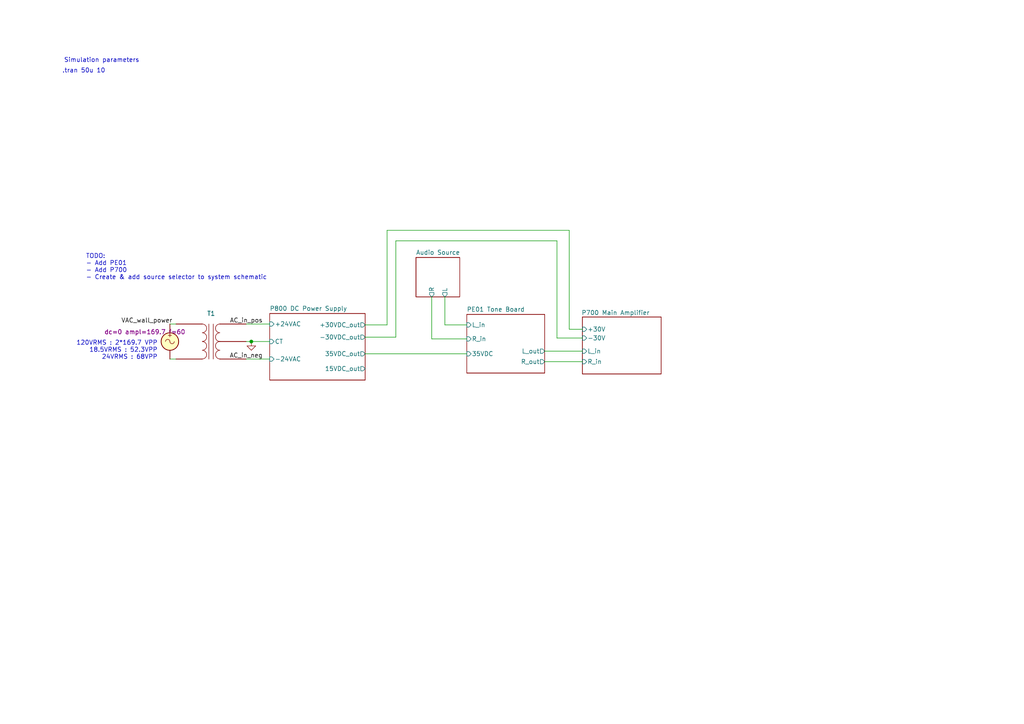
<source format=kicad_sch>
(kicad_sch (version 20211123) (generator eeschema)
  (paper "A4")
  (lib_symbols
    (symbol "Device:Transformer_1P_SS" (pin_numbers hide) (pin_names (offset 1.016) hide)
      (property "Reference" "T" (at 0 6.35 0))
      (property "Value" "Transformer_1P_SS" (at 0 -7.62 0))
      (symbol "Transformer_1P_SS_0_1"
        (arc (start -2.54 -5.0546) (mid -1.6599 -4.6901) (end -1.27 -3.81))
        (arc (start -2.54 -2.5146) (mid -1.6599 -2.1501) (end -1.27 -1.27))
        (arc (start -2.54 0.0254) (mid -1.6599 0.3899) (end -1.27 1.27))
        (arc (start -2.54 2.5654) (mid -1.6599 2.9299) (end -1.27 3.81))
        (arc (start -1.27 -3.81) (mid -1.642 -2.912) (end -2.54 -2.54))
        (arc (start -1.27 -1.27) (mid -1.642 -0.372) (end -2.54 0))
        (arc (start -1.27 1.27) (mid -1.642 2.168) (end -2.54 2.54))
        (arc (start -1.27 3.81) (mid -1.642 4.708) (end -2.54 5.08))
        (polyline (pts (xy -0.635 5.08) (xy -0.635 -5.08)))
        (polyline (pts (xy 0.635 -5.08) (xy 0.635 5.08)))
        (arc (start 1.2954 -1.27) (mid 1.6599 -2.1501) (end 2.54 -2.5146))
        (arc (start 1.2954 1.27) (mid 1.6599 0.3899) (end 2.54 0.0254))
        (arc (start 1.2954 3.81) (mid 1.6599 2.9299) (end 2.54 2.5654))
        (arc (start 1.3208 -3.81) (mid 1.6853 -4.6901) (end 2.5654 -5.0546))
        (arc (start 2.54 0) (mid 1.642 -0.372) (end 1.2954 -1.27))
        (arc (start 2.54 2.54) (mid 1.642 2.168) (end 1.2954 1.27))
        (arc (start 2.54 5.08) (mid 1.642 4.708) (end 1.2954 3.81))
        (arc (start 2.5654 -2.54) (mid 1.6674 -2.912) (end 1.3208 -3.81))
      )
      (symbol "Transformer_1P_SS_1_1"
        (pin passive line (at -10.16 5.08 0) (length 7.62) (name "AA") (number "1"))
        (pin passive line (at -10.16 -5.08 0) (length 7.62) (name "AB") (number "2"))
        (pin passive line (at 10.16 -5.08 180) (length 7.62) (name "SA") (number "3"))
        (pin passive line (at 10.16 0 180) (length 7.62) (name "SC") (number "4"))
        (pin passive line (at 10.16 5.08 180) (length 7.62) (name "SB") (number "5"))
      )
    )
    (symbol "Simulation_SPICE:VSIN" (pin_numbers hide) (pin_names (offset 0.0254))
      (property "Reference" "V" (at 2.54 2.54 0))
      (property "Value" "VSIN" (at 2.54 0 0))
      (property "Spice_Model" "sin(0 1 1k)" (at 2.54 -2.54 0))
      (symbol "VSIN_0_0"
        (arc (start 0 0) (mid -0.635 0.635) (end -1.27 0))
        (arc (start 0 0) (mid 0.635 -0.635) (end 1.27 0))
        (text "+" (at 0 1.905 0) (effects (font (size 1.27 1.27))))
      )
      (symbol "VSIN_0_1"
        (circle (center 0 0) (radius 2.54) (stroke (width 0.254)) (fill (type background)))
      )
      (symbol "VSIN_1_1"
        (pin passive line (at 0 5.08 270) (length 2.54) (name "~") (number "1"))
        (pin passive line (at 0 -5.08 90) (length 2.54) (name "~") (number "2"))
      )
    )
    (symbol "power:GND" (power) (pin_names (offset 0))
      (property "Value" "GND" (at 0 -3.81 0))
      (symbol "GND_0_1"
        (polyline (pts (xy 0 0) (xy 0 -1.27) (xy 1.27 -1.27) (xy 0 -2.54) (xy -1.27 -1.27) (xy 0 -1.27)))
      )
      (symbol "GND_1_1"
        (pin power_in line (at 0 0 270) (length 0) hide (name "GND") (number "1"))
      )
    )
  )
  (junction (at 72.898 99.06))
  (wire (pts (xy 105.918 94.234) (xy 112.268 94.234)))
  (wire (pts (xy 112.268 94.234) (xy 112.268 66.802)))
  (wire (pts (xy 49.276 93.98) (xy 51.054 93.98)))
  (wire (pts (xy 168.91 101.854) (xy 157.988 101.854)))
  (wire (pts (xy 135.382 98.298) (xy 125.222 98.298)))
  (wire (pts (xy 161.544 69.85) (xy 161.544 98.044)))
  (wire (pts (xy 78.232 93.98) (xy 71.374 93.98)))
  (wire (pts (xy 51.054 104.14) (xy 49.276 104.14)))
  (wire (pts (xy 114.808 69.85) (xy 161.544 69.85)))
  (wire (pts (xy 78.232 104.14) (xy 71.374 104.14)))
  (wire (pts (xy 135.382 94.234) (xy 129.032 94.234)))
  (wire (pts (xy 78.232 99.06) (xy 72.898 99.06)))
  (wire (pts (xy 157.988 104.902) (xy 168.91 104.902)))
  (wire (pts (xy 165.1 95.504) (xy 165.1 66.802)))
  (wire (pts (xy 112.268 66.802) (xy 165.1 66.802)))
  (wire (pts (xy 168.91 98.044) (xy 161.544 98.044)))
  (wire (pts (xy 168.91 95.504) (xy 165.1 95.504)))
  (wire (pts (xy 71.374 99.06) (xy 72.898 99.06)))
  (wire (pts (xy 125.222 86.106) (xy 125.222 98.298)))
  (wire (pts (xy 129.032 86.106) (xy 129.032 94.234)))
  (wire (pts (xy 114.808 97.79) (xy 114.808 69.85)))
  (wire (pts (xy 105.918 102.616) (xy 135.382 102.616)))
  (wire (pts (xy 105.918 97.79) (xy 114.808 97.79)))
  (text ".tran 50u 10" (at 18.034 21.336 0) (effects (font (size 1.27 1.27)) (justify left bottom)))
  (text "120VRMS : 2*169.7 VPP\n18.5VRMS : 52.3VPP\n24VRMS : 68VPP" (at 45.72 104.394 0) (effects (font (size 1.27 1.27)) (justify right bottom)))
  (text "TODO:\n- Add PE01\n- Add P700\n- Create & add source selector to system schematic" (at 24.892 81.28 0) (effects (font (size 1.27 1.27)) (justify left bottom)))
  (text "Simulation parameters" (at 18.542 18.288 0) (effects (font (size 1.27 1.27)) (justify left bottom)))
  (label "VAC_wall_power" (at 50.038 93.98 180))
  (label "AC_in_neg" (at 76.2 104.14 180))
  (label "AC_in_pos" (at 76.2 93.98 180))
  (symbol (lib_id "power:GND") (at 72.898 99.06 0) (unit 1)
    (property "Reference" "#PWR0101" (effects hide))
    (property "Value" "GND" (effects hide))
  )
  (symbol (lib_id "Device:Transformer_1P_SS") (at 61.214 99.06 0) (unit 1)
    (property "Reference" "T1" (at 61.2267 90.932 0))
    (property "Value" "Transformer_1P_SS" (effects hide))
    (property "Spice_Primitive" "X" (effects hide))
    (property "Spice_Model" "TRANSFORMER_VPT48_2080" (effects hide))
    (property "Spice_Netlist_Enabled" "Y" (effects hide))
    (property "Spice_Lib_File" "/Users/matthewgiarra/Desktop/marantz/2225/models/2225/2225.lib" (effects hide))
  )
  (symbol (lib_id "Simulation_SPICE:VSIN") (at 49.276 99.06 0) (unit 1)
    (property "Reference" "VAC_1" (effects hide))
    (property "Value" "VSIN" (effects hide))
    (property "Spice_Netlist_Enabled" "Y" (effects hide))
    (property "Spice_Primitive" "V" (effects hide))
    (property "Spice_Model" "sin(0 169.7 60)" (at 30.226 96.266 0) (effects (justify left)))
  )
  (sheet (at 168.91 91.948) (size 22.86 16.51) (stroke (width 0.1524))
    (property "Sheet name" "P700 Main Amplifier" (at 168.656 91.44 0) (effects (justify left bottom)))
    (property "Sheet file" "../P700/P700.kicad_sch" (effects hide))
    (pin "R_in" input (at 168.91 104.902 180))
    (pin "L_in" input (at 168.91 101.854 180))
    (pin "+30V" input (at 168.91 95.504 180))
    (pin "-30V" input (at 168.91 98.044 180))
  )
  (sheet (at 78.232 90.932) (size 27.686 19.304) (stroke (width 0.1524))
    (property "Sheet name" "P800 DC Power Supply" (at 78.232 90.2204 0) (effects (justify left bottom)))
    (property "Sheet file" "../P800/P800.kicad_sch" (effects hide))
    (pin "+30VDC_out" output (at 105.918 94.234 0))
    (pin "35VDC_out" output (at 105.918 102.616 0))
    (pin "-30VDC_out" output (at 105.918 97.79 0))
    (pin "15VDC_out" output (at 105.918 106.934 0))
    (pin "-24VAC" input (at 78.232 104.14 180))
    (pin "+24VAC" input (at 78.232 93.98 180))
    (pin "CT" input (at 78.232 99.06 180))
  )
  (sheet (at 135.382 91.186) (size 22.606 17.018) (stroke (width 0.1524))
    (property "Sheet name" "PE01 Tone Board" (at 135.382 90.4744 0) (effects (justify left bottom)))
    (property "Sheet file" "../PE01/2225_PE01.kicad_sch" (effects hide))
    (pin "35VDC" input (at 135.382 102.616 180))
    (pin "L_out" output (at 157.988 101.854 0))
    (pin "R_out" output (at 157.988 104.902 0))
    (pin "R_in" input (at 135.382 98.298 180))
    (pin "L_in" input (at 135.382 94.234 180))
  )
  (sheet (at 120.65 74.676) (size 12.7 11.43) (stroke (width 0.1524))
    (property "Sheet name" "Audio Source" (at 120.65 73.9644 0) (effects (justify left bottom)))
    (property "Sheet file" "audio_source.kicad_sch" (effects hide))
    (pin "L" output (at 129.032 86.106 270))
    (pin "R" output (at 125.222 86.106 270))
  )
)
</source>
